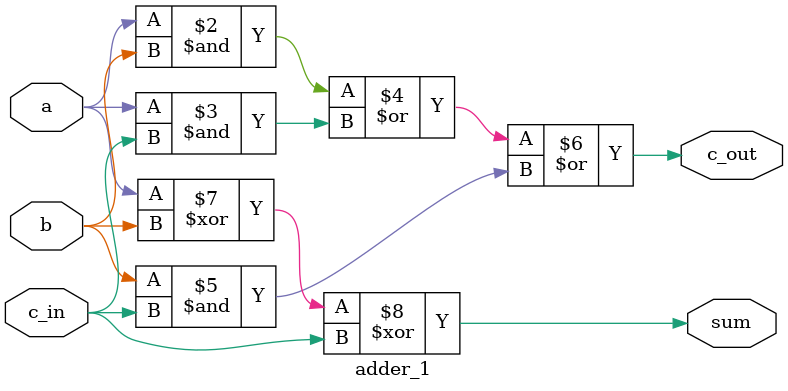
<source format=sv>
/*
  a 1 bit adder that we can daisy chain for 
  ripple carry adders
*/

module adder_1(a, b, c_in, sum, c_out);

input wire a, b, c_in;
output logic sum, c_out;

always_comb begin : adder_gates
  c_out = (a & b) | (a & c_in) | (b & c_in);
  sum = a ^ b ^ c_in;
end

endmodule

</source>
